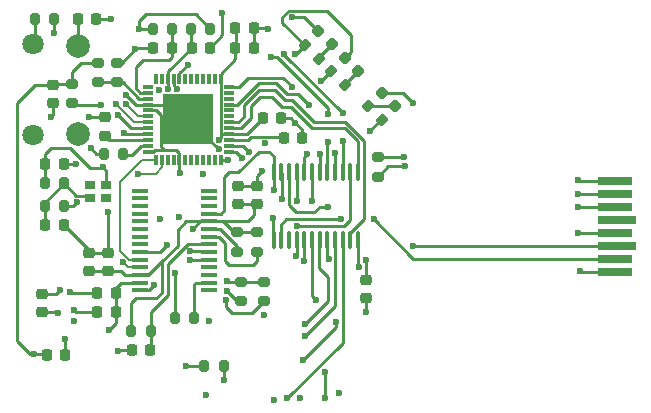
<source format=gbr>
%TF.GenerationSoftware,KiCad,Pcbnew,6.0.5-a6ca702e91~116~ubuntu20.04.1*%
%TF.CreationDate,2022-07-26T15:57:37+01:00*%
%TF.ProjectId,sd-mux,73642d6d-7578-42e6-9b69-6361645f7063,rev?*%
%TF.SameCoordinates,Original*%
%TF.FileFunction,Copper,L1,Top*%
%TF.FilePolarity,Positive*%
%FSLAX46Y46*%
G04 Gerber Fmt 4.6, Leading zero omitted, Abs format (unit mm)*
G04 Created by KiCad (PCBNEW 6.0.5-a6ca702e91~116~ubuntu20.04.1) date 2022-07-26 15:57:37*
%MOMM*%
%LPD*%
G01*
G04 APERTURE LIST*
G04 Aperture macros list*
%AMRoundRect*
0 Rectangle with rounded corners*
0 $1 Rounding radius*
0 $2 $3 $4 $5 $6 $7 $8 $9 X,Y pos of 4 corners*
0 Add a 4 corners polygon primitive as box body*
4,1,4,$2,$3,$4,$5,$6,$7,$8,$9,$2,$3,0*
0 Add four circle primitives for the rounded corners*
1,1,$1+$1,$2,$3*
1,1,$1+$1,$4,$5*
1,1,$1+$1,$6,$7*
1,1,$1+$1,$8,$9*
0 Add four rect primitives between the rounded corners*
20,1,$1+$1,$2,$3,$4,$5,0*
20,1,$1+$1,$4,$5,$6,$7,0*
20,1,$1+$1,$6,$7,$8,$9,0*
20,1,$1+$1,$8,$9,$2,$3,0*%
G04 Aperture macros list end*
%TA.AperFunction,SMDPad,CuDef*%
%ADD10R,0.900000X0.800000*%
%TD*%
%TA.AperFunction,SMDPad,CuDef*%
%ADD11RoundRect,0.218750X0.335876X0.026517X0.026517X0.335876X-0.335876X-0.026517X-0.026517X-0.335876X0*%
%TD*%
%TA.AperFunction,SMDPad,CuDef*%
%ADD12RoundRect,0.200000X-0.275000X0.200000X-0.275000X-0.200000X0.275000X-0.200000X0.275000X0.200000X0*%
%TD*%
%TA.AperFunction,SMDPad,CuDef*%
%ADD13RoundRect,0.200000X-0.200000X-0.275000X0.200000X-0.275000X0.200000X0.275000X-0.200000X0.275000X0*%
%TD*%
%TA.AperFunction,SMDPad,CuDef*%
%ADD14RoundRect,0.200000X0.335876X0.053033X0.053033X0.335876X-0.335876X-0.053033X-0.053033X-0.335876X0*%
%TD*%
%TA.AperFunction,SMDPad,CuDef*%
%ADD15RoundRect,0.200000X-0.335876X-0.053033X-0.053033X-0.335876X0.335876X0.053033X0.053033X0.335876X0*%
%TD*%
%TA.AperFunction,SMDPad,CuDef*%
%ADD16RoundRect,0.200000X0.200000X0.275000X-0.200000X0.275000X-0.200000X-0.275000X0.200000X-0.275000X0*%
%TD*%
%TA.AperFunction,SMDPad,CuDef*%
%ADD17RoundRect,0.200000X0.275000X-0.200000X0.275000X0.200000X-0.275000X0.200000X-0.275000X-0.200000X0*%
%TD*%
%TA.AperFunction,SMDPad,CuDef*%
%ADD18RoundRect,0.225000X-0.225000X-0.250000X0.225000X-0.250000X0.225000X0.250000X-0.225000X0.250000X0*%
%TD*%
%TA.AperFunction,SMDPad,CuDef*%
%ADD19RoundRect,0.225000X0.225000X0.250000X-0.225000X0.250000X-0.225000X-0.250000X0.225000X-0.250000X0*%
%TD*%
%TA.AperFunction,SMDPad,CuDef*%
%ADD20RoundRect,0.225000X0.250000X-0.225000X0.250000X0.225000X-0.250000X0.225000X-0.250000X-0.225000X0*%
%TD*%
%TA.AperFunction,SMDPad,CuDef*%
%ADD21RoundRect,0.225000X-0.250000X0.225000X-0.250000X-0.225000X0.250000X-0.225000X0.250000X0.225000X0*%
%TD*%
%TA.AperFunction,SMDPad,CuDef*%
%ADD22RoundRect,0.100000X0.100000X-0.637500X0.100000X0.637500X-0.100000X0.637500X-0.100000X-0.637500X0*%
%TD*%
%TA.AperFunction,SMDPad,CuDef*%
%ADD23R,4.200000X4.200000*%
%TD*%
%TA.AperFunction,SMDPad,CuDef*%
%ADD24R,0.900000X0.300000*%
%TD*%
%TA.AperFunction,SMDPad,CuDef*%
%ADD25R,0.300000X0.900000*%
%TD*%
%TA.AperFunction,SMDPad,CuDef*%
%ADD26R,1.475000X0.450000*%
%TD*%
%TA.AperFunction,ConnectorPad*%
%ADD27R,2.900000X0.800000*%
%TD*%
%TA.AperFunction,ConnectorPad*%
%ADD28R,3.200000X0.800000*%
%TD*%
%TA.AperFunction,ComponentPad*%
%ADD29C,2.000000*%
%TD*%
%TA.AperFunction,ComponentPad*%
%ADD30C,1.800000*%
%TD*%
%TA.AperFunction,ViaPad*%
%ADD31C,0.600000*%
%TD*%
%TA.AperFunction,Conductor*%
%ADD32C,0.250000*%
%TD*%
%TA.AperFunction,Conductor*%
%ADD33C,0.200000*%
%TD*%
G04 APERTURE END LIST*
D10*
%TO.P,Y1,1,1*%
%TO.N,Net-(C1-Pad1)*%
X181000000Y-102925000D03*
%TO.P,Y1,2*%
%TO.N,N/C*%
X182400000Y-102925000D03*
%TO.P,Y1,3,3*%
%TO.N,/XTAL2*%
X182400000Y-101825000D03*
%TO.P,Y1,4*%
%TO.N,N/C*%
X181000000Y-101825000D03*
%TD*%
D11*
%TO.P,D1,1,K*%
%TO.N,Net-(D1-Pad1)*%
X206863694Y-95138694D03*
%TO.P,D1,2,A*%
%TO.N,/VD33*%
X205750000Y-94025000D03*
%TD*%
%TO.P,D2,1,K*%
%TO.N,Net-(D2-Pad1)*%
X203731847Y-92181847D03*
%TO.P,D2,2,A*%
%TO.N,/SD_MUX_SEL*%
X202618153Y-91068153D03*
%TD*%
%TO.P,D3,1,K*%
%TO.N,Net-(D3-Pad1)*%
X201481847Y-89931847D03*
%TO.P,D3,2,A*%
%TO.N,/VD33*%
X200368153Y-88818153D03*
%TD*%
D12*
%TO.P,R4,1*%
%TO.N,GND*%
X205375000Y-99475000D03*
%TO.P,R4,2*%
%TO.N,Net-(R4-Pad2)*%
X205375000Y-101125000D03*
%TD*%
%TO.P,R11,1*%
%TO.N,/VCCIO*%
X193800000Y-110025000D03*
%TO.P,R11,2*%
%TO.N,Net-(R11-Pad2)*%
X193800000Y-111675000D03*
%TD*%
D13*
%TO.P,R13,1*%
%TO.N,/VBUS*%
X188225000Y-113050000D03*
%TO.P,R13,2*%
%TO.N,Net-(R13-Pad2)*%
X189875000Y-113050000D03*
%TD*%
D12*
%TO.P,R12,1*%
%TO.N,/VCCIO*%
X195800000Y-110025000D03*
%TO.P,R12,2*%
%TO.N,Net-(R12-Pad2)*%
X195800000Y-111675000D03*
%TD*%
D13*
%TO.P,R14,1*%
%TO.N,Net-(C1-Pad1)*%
X177200000Y-103625000D03*
%TO.P,R14,2*%
%TO.N,/XTAL1*%
X178850000Y-103625000D03*
%TD*%
D14*
%TO.P,R19,2*%
%TO.N,/SD_MUX_SEL*%
X199216637Y-90016637D03*
%TO.P,R19,1*%
%TO.N,Net-(D3-Pad1)*%
X200383363Y-91183363D03*
%TD*%
D13*
%TO.P,R5,1*%
%TO.N,/VD33*%
X186350000Y-88625000D03*
%TO.P,R5,2*%
%TO.N,/nRESET*%
X188000000Y-88625000D03*
%TD*%
%TO.P,R6,1*%
%TO.N,Net-(C8-Pad1)*%
X176350000Y-87800000D03*
%TO.P,R6,2*%
%TO.N,GND*%
X178000000Y-87800000D03*
%TD*%
D15*
%TO.P,R17,1*%
%TO.N,Net-(D1-Pad1)*%
X204566637Y-95166637D03*
%TO.P,R17,2*%
%TO.N,GND*%
X205733363Y-96333363D03*
%TD*%
D13*
%TO.P,R3,1*%
%TO.N,/SD_nCD*%
X190700000Y-117175000D03*
%TO.P,R3,2*%
%TO.N,GND*%
X192350000Y-117175000D03*
%TD*%
D16*
%TO.P,R15,1*%
%TO.N,Net-(R15-Pad1)*%
X183850000Y-99225000D03*
%TO.P,R15,2*%
%TO.N,GND*%
X182200000Y-99225000D03*
%TD*%
D17*
%TO.P,R7,1*%
%TO.N,/VBUS_DET*%
X183325000Y-93125000D03*
%TO.P,R7,2*%
%TO.N,GND*%
X183325000Y-91475000D03*
%TD*%
D12*
%TO.P,FB2,1*%
%TO.N,/VBUS*%
X179475000Y-93275000D03*
%TO.P,FB2,2*%
%TO.N,Net-(FB2-Pad2)*%
X179475000Y-94925000D03*
%TD*%
D16*
%TO.P,FB4,1*%
%TO.N,/VD33*%
X191225000Y-88625000D03*
%TO.P,FB4,2*%
%TO.N,Net-(C13-Pad1)*%
X189575000Y-88625000D03*
%TD*%
D12*
%TO.P,R9,1*%
%TO.N,/VCCIO*%
X195150000Y-105850000D03*
%TO.P,R9,2*%
%TO.N,Net-(R9-Pad2)*%
X195150000Y-107500000D03*
%TD*%
%TO.P,R8,1*%
%TO.N,/VCCIO*%
X193500000Y-105850000D03*
%TO.P,R8,2*%
%TO.N,Net-(R8-Pad2)*%
X193500000Y-107500000D03*
%TD*%
D13*
%TO.P,R10,1*%
%TO.N,/VCCIO*%
X184525000Y-114200000D03*
%TO.P,R10,2*%
%TO.N,Net-(C15-Pad1)*%
X186175000Y-114200000D03*
%TD*%
%TO.P,R2,1*%
%TO.N,/XTAL2*%
X177200000Y-101700000D03*
%TO.P,R2,2*%
%TO.N,Net-(C1-Pad1)*%
X178850000Y-101700000D03*
%TD*%
D17*
%TO.P,R1,1*%
%TO.N,/VBUS_DET*%
X181725000Y-93125000D03*
%TO.P,R1,2*%
%TO.N,/VBUS*%
X181725000Y-91475000D03*
%TD*%
D14*
%TO.P,R18,1*%
%TO.N,Net-(D2-Pad1)*%
X202608363Y-93383363D03*
%TO.P,R18,2*%
%TO.N,GND*%
X201441637Y-92216637D03*
%TD*%
D18*
%TO.P,C18,1*%
%TO.N,Net-(C13-Pad1)*%
X193350000Y-88575000D03*
%TO.P,C18,2*%
%TO.N,GND*%
X194900000Y-88575000D03*
%TD*%
D19*
%TO.P,C4,1*%
%TO.N,GND*%
X198975000Y-97875000D03*
%TO.P,C4,2*%
%TO.N,Net-(C4-Pad2)*%
X197425000Y-97875000D03*
%TD*%
D18*
%TO.P,C8,1*%
%TO.N,Net-(C8-Pad1)*%
X180000000Y-87800000D03*
%TO.P,C8,2*%
%TO.N,GND*%
X181550000Y-87800000D03*
%TD*%
%TO.P,C20,1*%
%TO.N,Net-(C13-Pad1)*%
X195650000Y-96200000D03*
%TO.P,C20,2*%
%TO.N,GND*%
X197200000Y-96200000D03*
%TD*%
D19*
%TO.P,C15,1*%
%TO.N,Net-(C15-Pad1)*%
X186125000Y-115800000D03*
%TO.P,C15,2*%
%TO.N,GND*%
X184575000Y-115800000D03*
%TD*%
D18*
%TO.P,C14,1*%
%TO.N,/VBUS*%
X177375000Y-116225000D03*
%TO.P,C14,2*%
%TO.N,GND*%
X178925000Y-116225000D03*
%TD*%
D20*
%TO.P,C26,1*%
%TO.N,/VCCIO*%
X180950000Y-109125000D03*
%TO.P,C26,2*%
%TO.N,GND*%
X180950000Y-107575000D03*
%TD*%
D21*
%TO.P,C3,1*%
%TO.N,GND*%
X182300000Y-96100000D03*
%TO.P,C3,2*%
%TO.N,Net-(C3-Pad2)*%
X182300000Y-97650000D03*
%TD*%
D18*
%TO.P,C1,1*%
%TO.N,Net-(C1-Pad1)*%
X177250000Y-105225000D03*
%TO.P,C1,2*%
%TO.N,GND*%
X178800000Y-105225000D03*
%TD*%
%TO.P,C9,1*%
%TO.N,Net-(C13-Pad1)*%
X193350000Y-90200000D03*
%TO.P,C9,2*%
%TO.N,GND*%
X194900000Y-90200000D03*
%TD*%
D19*
%TO.P,C23,2*%
%TO.N,GND*%
X181650000Y-110975000D03*
%TO.P,C23,1*%
%TO.N,/VBUS*%
X183200000Y-110975000D03*
%TD*%
D18*
%TO.P,C13,1*%
%TO.N,Net-(C13-Pad1)*%
X189625000Y-90200000D03*
%TO.P,C13,2*%
%TO.N,GND*%
X191175000Y-90200000D03*
%TD*%
D21*
%TO.P,C10,1*%
%TO.N,/VBUS*%
X177925000Y-93325000D03*
%TO.P,C10,2*%
%TO.N,GND*%
X177925000Y-94875000D03*
%TD*%
D20*
%TO.P,C24,1*%
%TO.N,/VCCIO*%
X195150000Y-103475000D03*
%TO.P,C24,2*%
%TO.N,GND*%
X195150000Y-101925000D03*
%TD*%
%TO.P,C22,1*%
%TO.N,/VCCIO*%
X193525000Y-103475000D03*
%TO.P,C22,2*%
%TO.N,GND*%
X193525000Y-101925000D03*
%TD*%
%TO.P,C21,1*%
%TO.N,/VCCIO*%
X182525000Y-109125000D03*
%TO.P,C21,2*%
%TO.N,GND*%
X182525000Y-107575000D03*
%TD*%
D21*
%TO.P,C17,2*%
%TO.N,GND*%
X204375000Y-111425000D03*
%TO.P,C17,1*%
%TO.N,/VD33*%
X204375000Y-109875000D03*
%TD*%
D19*
%TO.P,C7,1*%
%TO.N,/nRESET*%
X187950000Y-90200000D03*
%TO.P,C7,2*%
%TO.N,GND*%
X186400000Y-90200000D03*
%TD*%
D18*
%TO.P,C2,1*%
%TO.N,/XTAL2*%
X177250000Y-100075000D03*
%TO.P,C2,2*%
%TO.N,GND*%
X178800000Y-100075000D03*
%TD*%
D21*
%TO.P,C12,1*%
%TO.N,/VD33*%
X177000000Y-111075000D03*
%TO.P,C12,2*%
%TO.N,GND*%
X177000000Y-112625000D03*
%TD*%
D19*
%TO.P,C25,1*%
%TO.N,/VBUS*%
X183200000Y-112625000D03*
%TO.P,C25,2*%
%TO.N,GND*%
X181650000Y-112625000D03*
%TD*%
D22*
%TO.P,U4,1,NC2*%
%TO.N,/SD_D1_DUT*%
X196577000Y-106494500D03*
%TO.P,U4,2,NC1*%
%TO.N,/SD_D0_DUT*%
X197227000Y-106494500D03*
%TO.P,U4,3,N.C.*%
%TO.N,unconnected-(U4-Pad3)*%
X197877000Y-106494500D03*
%TO.P,U4,4,COM1*%
%TO.N,/SD_D0*%
X198527000Y-106494500D03*
%TO.P,U4,5,GND*%
%TO.N,GND*%
X199177000Y-106494500D03*
%TO.P,U4,6,COM2*%
%TO.N,/SD_D1*%
X199827000Y-106494500D03*
%TO.P,U4,7,COM3*%
%TO.N,/SD_D2*%
X200477000Y-106494500D03*
%TO.P,U4,8,VCC*%
%TO.N,/VD33*%
X201127000Y-106494500D03*
%TO.P,U4,9,COM4*%
%TO.N,/SD_D3*%
X201777000Y-106494500D03*
%TO.P,U4,10,COM5*%
%TO.N,/SD_CLK*%
X202427000Y-106494500D03*
%TO.P,U4,11,NO1*%
%TO.N,/SD_D0_HUB*%
X203077000Y-106494500D03*
%TO.P,U4,12,COM6*%
%TO.N,/SD_CMD*%
X203727000Y-106494500D03*
%TO.P,U4,13,NO2*%
%TO.N,/SD_D1_HUB*%
X203727000Y-100769500D03*
%TO.P,U4,14,IN2*%
%TO.N,/SD_MUX_SEL*%
X203077000Y-100769500D03*
%TO.P,U4,15,NO3*%
%TO.N,/SD_D2_HUB*%
X202427000Y-100769500D03*
%TO.P,U4,16,NO6*%
%TO.N,/SD_CMD_HUB*%
X201777000Y-100769500D03*
%TO.P,U4,17,NO4*%
%TO.N,/SD_D3_HUB*%
X201127000Y-100769500D03*
%TO.P,U4,18,NO5*%
%TO.N,/SD_CLK_HUB*%
X200477000Y-100769500D03*
%TO.P,U4,19,NC5*%
%TO.N,/SD_CLK_DUT*%
X199827000Y-100769500D03*
%TO.P,U4,20,~{EN}*%
%TO.N,Net-(R4-Pad2)*%
X199177000Y-100769500D03*
%TO.P,U4,21,NC4*%
%TO.N,/SD_D3_DUT*%
X198527000Y-100769500D03*
%TO.P,U4,22,NC6*%
%TO.N,/SD_CMD_DUT*%
X197877000Y-100769500D03*
%TO.P,U4,23,NC3*%
%TO.N,/SD_D2_DUT*%
X197227000Y-100769500D03*
%TO.P,U4,24,IN1*%
%TO.N,/SD_MUX_SEL*%
X196577000Y-100769500D03*
%TD*%
D23*
%TO.P,U1,49,EPAD*%
%TO.N,GND*%
X189357000Y-96266000D03*
D24*
%TO.P,U1,48,VDD33_7*%
%TO.N,Net-(C11-Pad1)*%
X185907000Y-99016000D03*
%TO.P,U1,47,RBIAS*%
%TO.N,Net-(R15-Pad1)*%
X185907000Y-98516000D03*
%TO.P,U1,46,PLLFILT*%
%TO.N,Net-(C3-Pad2)*%
X185907000Y-98016000D03*
%TO.P,U1,45,XTAL1(CLKIN)*%
%TO.N,/XTAL1*%
X185907000Y-97516000D03*
%TO.P,U1,44,XTAL2*%
%TO.N,/XTAL2*%
X185907000Y-97016000D03*
%TO.P,U1,43,USB-*%
%TO.N,/USBUP_D_N*%
X185907000Y-96516000D03*
%TO.P,U1,42,USB+*%
%TO.N,/USBUP_D_P*%
X185907000Y-96016000D03*
%TO.P,U1,41,VDD33_6*%
%TO.N,Net-(C11-Pad1)*%
X185907000Y-95516000D03*
%TO.P,U1,40,TEST*%
%TO.N,GND*%
X185907000Y-95016000D03*
%TO.P,U1,39,VBUS_DET*%
%TO.N,/VBUS_DET*%
X185907000Y-94516000D03*
%TO.P,U1,38,NRESET*%
%TO.N,/nRESET*%
X185907000Y-94016000D03*
%TO.P,U1,37,GPIO1/LED/TXD*%
%TO.N,unconnected-(U1-Pad37)*%
X185907000Y-93516000D03*
D25*
%TO.P,U1,36,GPIO2/RXD*%
%TO.N,unconnected-(U1-Pad36)*%
X186607000Y-92816000D03*
%TO.P,U1,35,GPIO10(CRD_PWR)*%
%TO.N,unconnected-(U1-Pad35)*%
X187107000Y-92816000D03*
%TO.P,U1,34,VDD33_5*%
%TO.N,Net-(C13-Pad1)*%
X187607000Y-92816000D03*
%TO.P,U1,33,SD_D2*%
%TO.N,/SD_D2_HUB*%
X188107000Y-92816000D03*
%TO.P,U1,32,SD_D3/MS_D3*%
%TO.N,/SD_D3_HUB*%
X188607000Y-92816000D03*
%TO.P,U1,31,GPIO12/MS_INS*%
%TO.N,unconnected-(U1-Pad31)*%
X189107000Y-92816000D03*
%TO.P,U1,30,SD_D4/MS_D2*%
%TO.N,unconnected-(U1-Pad30)*%
X189607000Y-92816000D03*
%TO.P,U1,29,GPIO14*%
%TO.N,unconnected-(U1-Pad29)*%
X190107000Y-92816000D03*
%TO.P,U1,28,NC_4*%
%TO.N,unconnected-(U1-Pad28)*%
X190607000Y-92816000D03*
%TO.P,U1,27,NC_3*%
%TO.N,unconnected-(U1-Pad27)*%
X191107000Y-92816000D03*
%TO.P,U1,26,NC_2*%
%TO.N,unconnected-(U1-Pad26)*%
X191607000Y-92816000D03*
%TO.P,U1,25,VDD33_4*%
%TO.N,Net-(C13-Pad1)*%
X192107000Y-92816000D03*
D24*
%TO.P,U1,24,SD_CMD/MS_D0*%
%TO.N,/SD_CMD_HUB*%
X192807000Y-93516000D03*
%TO.P,U1,23,SD_D5/MS_D1*%
%TO.N,unconnected-(U1-Pad23)*%
X192807000Y-94016000D03*
%TO.P,U1,22,NC_1*%
%TO.N,unconnected-(U1-Pad22)*%
X192807000Y-94516000D03*
%TO.P,U1,21,SD_CLK/MS_BS*%
%TO.N,/SD_CLK_HUB*%
X192807000Y-95016000D03*
%TO.P,U1,20,SD_D6/MS_D7*%
%TO.N,unconnected-(U1-Pad20)*%
X192807000Y-95516000D03*
%TO.P,U1,19,SD_D7/MS_D6*%
%TO.N,unconnected-(U1-Pad19)*%
X192807000Y-96016000D03*
%TO.P,U1,18,SD_D0/MS_D4*%
%TO.N,/SD_D0_HUB*%
X192807000Y-96516000D03*
%TO.P,U1,17,SD_D1/MS_D5*%
%TO.N,/SD_D1_HUB*%
X192807000Y-97016000D03*
%TO.P,U1,16,VDD33_3*%
%TO.N,Net-(C13-Pad1)*%
X192807000Y-97516000D03*
%TO.P,U1,15,CRFILT*%
%TO.N,Net-(C4-Pad2)*%
X192807000Y-98016000D03*
%TO.P,U1,14,GPIO15/SD_NCD*%
%TO.N,/SD_nCD*%
X192807000Y-98516000D03*
%TO.P,U1,13,GPIO6/SD_WP/MS_SCLK*%
%TO.N,Net-(R16-Pad1)*%
X192807000Y-99016000D03*
D25*
%TO.P,U1,12,VDD33_2*%
%TO.N,Net-(C13-Pad1)*%
X192107000Y-99716000D03*
%TO.P,U1,11,SPI_DI*%
%TO.N,unconnected-(U1-Pad11)*%
X191607000Y-99716000D03*
%TO.P,U1,10,SPI_DO/GPIO5/SDA/SPI_SPD_SEL*%
%TO.N,unconnected-(U1-Pad10)*%
X191107000Y-99716000D03*
%TO.P,U1,9,SPI_CLK/GPIO4/SCL*%
%TO.N,unconnected-(U1-Pad9)*%
X190607000Y-99716000D03*
%TO.P,U1,8,SPI_CE_N*%
%TO.N,unconnected-(U1-Pad8)*%
X190107000Y-99716000D03*
%TO.P,U1,7,PRTCTL3*%
%TO.N,unconnected-(U1-Pad7)*%
X189607000Y-99716000D03*
%TO.P,U1,6,PRTCTL2*%
%TO.N,unconnected-(U1-Pad6)*%
X189107000Y-99716000D03*
%TO.P,U1,5,VDD33_1*%
%TO.N,Net-(C11-Pad1)*%
X188607000Y-99716000D03*
%TO.P,U1,4,USBDN_DP3*%
%TO.N,unconnected-(U1-Pad4)*%
X188107000Y-99716000D03*
%TO.P,U1,3,USBDN_DM3*%
%TO.N,unconnected-(U1-Pad3)*%
X187607000Y-99716000D03*
%TO.P,U1,2,USBDN_DP2*%
%TO.N,/USBDN_D_P2*%
X187107000Y-99716000D03*
%TO.P,U1,1,USBDN_DM2*%
%TO.N,/USBDN_D_N2*%
X186607000Y-99716000D03*
%TD*%
D26*
%TO.P,U3,1,FSOURCE*%
%TO.N,unconnected-(U3-Pad1)*%
X191126600Y-110752600D03*
%TO.P,U3,2,VBUS_DET*%
%TO.N,Net-(R13-Pad2)*%
X191126600Y-110102600D03*
%TO.P,U3,3,DIO12*%
%TO.N,unconnected-(U3-Pad3)*%
X191126600Y-109452600D03*
%TO.P,U3,4,DIO13*%
%TO.N,unconnected-(U3-Pad4)*%
X191126600Y-108802600D03*
%TO.P,U3,5,DEBUGGER*%
%TO.N,Net-(R12-Pad2)*%
X191126600Y-108152600D03*
%TO.P,U3,6,STEST_RSTN*%
%TO.N,Net-(R11-Pad2)*%
X191126600Y-107502600D03*
%TO.P,U3,7,RESETN*%
%TO.N,Net-(C15-Pad1)*%
X191126600Y-106852600D03*
%TO.P,U3,8,DCNF0*%
%TO.N,Net-(R9-Pad2)*%
X191126600Y-106202600D03*
%TO.P,U3,9,DCNF1*%
%TO.N,Net-(R8-Pad2)*%
X191126600Y-105552600D03*
%TO.P,U3,10,VCCIO*%
%TO.N,/VCCIO*%
X191126600Y-104902600D03*
%TO.P,U3,11,DIO0*%
%TO.N,/SD_MUX_SEL*%
X191126600Y-104252600D03*
%TO.P,U3,12,DIO1*%
%TO.N,unconnected-(U3-Pad12)*%
X191126600Y-103602600D03*
%TO.P,U3,13,DIO2*%
%TO.N,unconnected-(U3-Pad13)*%
X191126600Y-102952600D03*
%TO.P,U3,14,DIO3*%
%TO.N,unconnected-(U3-Pad14)*%
X191126600Y-102302600D03*
%TO.P,U3,15,DIO4*%
%TO.N,unconnected-(U3-Pad15)*%
X185250600Y-102302600D03*
%TO.P,U3,16,DIO5*%
%TO.N,unconnected-(U3-Pad16)*%
X185250600Y-102952600D03*
%TO.P,U3,17,DIO6*%
%TO.N,unconnected-(U3-Pad17)*%
X185250600Y-103602600D03*
%TO.P,U3,18,DIO7*%
%TO.N,unconnected-(U3-Pad18)*%
X185250600Y-104252600D03*
%TO.P,U3,19,DIO8*%
%TO.N,unconnected-(U3-Pad19)*%
X185250600Y-104902600D03*
%TO.P,U3,20,DIO9*%
%TO.N,unconnected-(U3-Pad20)*%
X185250600Y-105552600D03*
%TO.P,U3,21,DIO10*%
%TO.N,unconnected-(U3-Pad21)*%
X185250600Y-106202600D03*
%TO.P,U3,22,DIO11*%
%TO.N,unconnected-(U3-Pad22)*%
X185250600Y-106852600D03*
%TO.P,U3,23,GND*%
%TO.N,GND*%
X185250600Y-107502600D03*
%TO.P,U3,24,DM*%
%TO.N,/USBDN_D_N2*%
X185250600Y-108152600D03*
%TO.P,U3,25,DP*%
%TO.N,/USBDN_D_P2*%
X185250600Y-108802600D03*
%TO.P,U3,26,VOUT3V3*%
%TO.N,/VCCIO*%
X185250600Y-109452600D03*
%TO.P,U3,27,VCCIN*%
%TO.N,/VBUS*%
X185250600Y-110102600D03*
%TO.P,U3,28,AGND*%
%TO.N,GND*%
X185250600Y-110752600D03*
%TD*%
D27*
%TO.P,U5,1,DAT2*%
%TO.N,/SD_D2_DUT*%
X225500000Y-101469400D03*
%TO.P,U5,2,DAT3*%
%TO.N,/SD_D3_DUT*%
X225500000Y-102569400D03*
%TO.P,U5,3,CMD*%
%TO.N,/SD_CMD_DUT*%
X225500000Y-103669400D03*
D28*
%TO.P,U5,4,VDD*%
%TO.N,unconnected-(U5-Pad4)*%
X225650000Y-104769400D03*
D27*
%TO.P,U5,5,CLK*%
%TO.N,/SD_CLK_DUT*%
X225500000Y-105869400D03*
D28*
%TO.P,U5,6,VSS*%
%TO.N,GND*%
X225650000Y-106969400D03*
D27*
%TO.P,U5,7,DAT0*%
%TO.N,/SD_D0_DUT*%
X225500000Y-108069400D03*
%TO.P,U5,8,DAT1*%
%TO.N,/SD_D1_DUT*%
X225500000Y-109169400D03*
%TD*%
D29*
%TO.P,J1,6,Shield*%
%TO.N,Net-(C8-Pad1)*%
X180005000Y-90030000D03*
D30*
X176205000Y-89880000D03*
X176205000Y-97630000D03*
D29*
X180005000Y-97480000D03*
%TD*%
D31*
%TO.N,GND*%
X190575000Y-100900000D03*
X180950000Y-96075000D03*
X177700000Y-96075000D03*
X192225000Y-87250000D03*
%TO.N,/VD33*%
X185175000Y-88625000D03*
%TO.N,GND*%
X184875000Y-90300000D03*
X186875000Y-93750000D03*
X179375000Y-110925000D03*
X179650000Y-112450000D03*
X179675000Y-113325000D03*
X178925000Y-114850000D03*
X195800000Y-112800000D03*
%TO.N,Net-(R12-Pad2)*%
X189475000Y-108200000D03*
X192550000Y-111575000D03*
%TO.N,Net-(R11-Pad2)*%
X189520541Y-107427641D03*
X192600000Y-110775000D03*
%TO.N,/VCCIO*%
X189725000Y-105550000D03*
X192650000Y-109975000D03*
%TO.N,GND*%
X195875000Y-98279500D03*
X198425000Y-96550000D03*
%TO.N,/VD33*%
X208375000Y-94875000D03*
X198175000Y-87625000D03*
%TO.N,/SD_MUX_SEL*%
X198350000Y-90750000D03*
%TO.N,GND*%
X200625000Y-93025000D03*
X207650000Y-99425000D03*
X204725000Y-97225000D03*
X192350000Y-118350000D03*
%TO.N,/SD_nCD*%
X189125000Y-117150000D03*
%TO.N,GND*%
X204375000Y-112575000D03*
%TO.N,Net-(R4-Pad2)*%
X207675000Y-100250000D03*
X199400000Y-99200000D03*
%TO.N,/VD33*%
X204375000Y-108175000D03*
%TO.N,Net-(R16-Pad1)*%
X193925000Y-99525000D03*
%TO.N,/SD_nCD*%
X194475000Y-99000000D03*
%TO.N,GND*%
X195554500Y-100650000D03*
%TO.N,Net-(C13-Pad1)*%
X191927498Y-98025000D03*
%TO.N,/VD33*%
X188600000Y-104575000D03*
%TO.N,GND*%
X186925000Y-104675000D03*
%TO.N,Net-(C11-Pad1)*%
X188625000Y-100825000D03*
%TO.N,GND*%
X182775000Y-87775000D03*
X178000000Y-88925000D03*
X181075000Y-98725000D03*
X179875000Y-100050000D03*
%TO.N,/XTAL1*%
X179900000Y-103275000D03*
%TO.N,/XTAL2*%
X182100000Y-100325000D03*
%TO.N,/XTAL1*%
X183887088Y-97445372D03*
%TO.N,/XTAL2*%
X183395586Y-95879414D03*
%TO.N,GND*%
X196100000Y-88600000D03*
%TO.N,/VBUS*%
X182650000Y-114075000D03*
%TO.N,GND*%
X182525000Y-104100000D03*
%TO.N,/VD33*%
X201237134Y-108125000D03*
%TO.N,Net-(FB2-Pad2)*%
X182000000Y-95050000D03*
%TO.N,GND*%
X208400000Y-107000000D03*
X183375000Y-115850000D03*
X184103409Y-94196591D03*
X178300000Y-112675000D03*
X187550000Y-106950000D03*
X199150000Y-108250000D03*
X202150000Y-119400000D03*
X186450000Y-110300000D03*
X191929951Y-98820165D03*
X198800000Y-119900000D03*
X190850000Y-119650000D03*
%TO.N,/VD33*%
X196600000Y-120000000D03*
X178450000Y-110750000D03*
X191100000Y-113350000D03*
%TO.N,/VBUS*%
X176250000Y-116150000D03*
X188209700Y-109250000D03*
%TO.N,/SD_MUX_SEL*%
X196570600Y-102235000D03*
X198551800Y-105304100D03*
%TO.N,/SD_D1_DUT*%
X222478600Y-109118400D03*
X196545200Y-104597200D03*
%TO.N,/SD_D0_DUT*%
X202311000Y-104749600D03*
X205079600Y-104749600D03*
%TO.N,/SD_D0*%
X198500000Y-107850000D03*
%TO.N,/SD_D1*%
X200900000Y-117650000D03*
X200150000Y-111550000D03*
X200900000Y-119850000D03*
%TO.N,/SD_D2*%
X199250000Y-113600000D03*
%TO.N,/SD_D3*%
X199250000Y-114600000D03*
%TO.N,/SD_CLK*%
X197700000Y-119900000D03*
%TO.N,/SD_CMD*%
X199100000Y-116650000D03*
X203775000Y-108750000D03*
X201872500Y-113400000D03*
%TO.N,/SD_D2_HUB*%
X202438000Y-95758000D03*
X188400000Y-93736498D03*
X197456278Y-90776278D03*
X202438000Y-98145600D03*
%TO.N,/SD_CMD_HUB*%
X201777600Y-99161600D03*
X198096209Y-93546591D03*
%TO.N,/SD_D3_HUB*%
X201142600Y-95808800D03*
X196350000Y-91000000D03*
X189300000Y-91650000D03*
X201142600Y-98196400D03*
%TO.N,/SD_CLK_HUB*%
X200482200Y-99237800D03*
X199593200Y-95046800D03*
%TO.N,/SD_CLK_DUT*%
X222377000Y-105867200D03*
X199821800Y-103225600D03*
%TO.N,/SD_D3_DUT*%
X222326200Y-102565200D03*
X198551800Y-103149400D03*
%TO.N,/SD_CMD_DUT*%
X201218800Y-103657400D03*
X222351600Y-103657400D03*
%TO.N,/SD_D2_DUT*%
X222351600Y-101447600D03*
X197256400Y-103047800D03*
%TO.N,Net-(C13-Pad1)*%
X192750000Y-99750000D03*
X187623458Y-93714897D03*
%TO.N,/USBUP_D_N*%
X183261000Y-94996000D03*
%TO.N,/USBUP_D_P*%
X184073800Y-94970600D03*
%TO.N,/USBDN_D_P2*%
X183792509Y-108380837D03*
X185064400Y-100863400D03*
%TD*%
D32*
%TO.N,/XTAL1*%
X178850000Y-103625000D02*
X179550000Y-103625000D01*
X179550000Y-103625000D02*
X179900000Y-103275000D01*
%TO.N,/XTAL2*%
X182400000Y-101825000D02*
X182400000Y-100625000D01*
X182400000Y-100625000D02*
X182100000Y-100325000D01*
%TO.N,Net-(C1-Pad1)*%
X181000000Y-102925000D02*
X180795489Y-102720489D01*
X180795489Y-102720489D02*
X179870489Y-102720489D01*
X179870489Y-102720489D02*
X178850000Y-101700000D01*
%TO.N,Net-(C13-Pad1)*%
X192197978Y-97516000D02*
X192807000Y-97516000D01*
X191927498Y-98025000D02*
X192102489Y-97850009D01*
X192102489Y-97850009D02*
X192102489Y-97611489D01*
X192102489Y-97611489D02*
X192197978Y-97516000D01*
%TO.N,GND*%
X191911165Y-98820165D02*
X189357000Y-96266000D01*
X180975000Y-96100000D02*
X180950000Y-96075000D01*
X182300000Y-96100000D02*
X180975000Y-96100000D01*
X177925000Y-95850000D02*
X177700000Y-96075000D01*
X177925000Y-94875000D02*
X177925000Y-95850000D01*
X192225000Y-89150000D02*
X192225000Y-87250000D01*
X191175000Y-90200000D02*
X192225000Y-89150000D01*
%TO.N,Net-(C13-Pad1)*%
X193350000Y-90200000D02*
X193375000Y-90175000D01*
X193375000Y-90175000D02*
X193375000Y-88600000D01*
X193375000Y-88600000D02*
X193362500Y-88587500D01*
X192107000Y-92816000D02*
X192107000Y-92418000D01*
X192107000Y-92418000D02*
X193350000Y-91175000D01*
X193350000Y-91175000D02*
X193350000Y-90200000D01*
%TO.N,GND*%
X194900000Y-88575000D02*
X196075000Y-88575000D01*
X196075000Y-88575000D02*
X196100000Y-88600000D01*
X194900000Y-90200000D02*
X194900000Y-88575000D01*
%TO.N,/VD33*%
X189975000Y-87375000D02*
X185750000Y-87375000D01*
X191225000Y-88625000D02*
X189975000Y-87375000D01*
X185750000Y-87375000D02*
X185175000Y-87950000D01*
X185175000Y-87950000D02*
X185175000Y-88625000D01*
X186350000Y-88625000D02*
X185175000Y-88625000D01*
%TO.N,GND*%
X186400000Y-90200000D02*
X184975000Y-90200000D01*
X184975000Y-90200000D02*
X184875000Y-90300000D01*
X183700000Y-91475000D02*
X184875000Y-90300000D01*
X183325000Y-91475000D02*
X183700000Y-91475000D01*
%TO.N,/VBUS*%
X181725000Y-91475000D02*
X180300000Y-91475000D01*
X180300000Y-91475000D02*
X179475000Y-92300000D01*
X179475000Y-92300000D02*
X179475000Y-93275000D01*
%TO.N,GND*%
X179425000Y-110975000D02*
X179375000Y-110925000D01*
X181650000Y-110975000D02*
X179425000Y-110975000D01*
X179825000Y-112625000D02*
X179650000Y-112450000D01*
X181650000Y-112625000D02*
X179825000Y-112625000D01*
X178925000Y-116225000D02*
X178925000Y-114850000D01*
%TO.N,Net-(R12-Pad2)*%
X193050000Y-112700000D02*
X192550000Y-112200000D01*
X193050000Y-112700000D02*
X194775000Y-112700000D01*
X195800000Y-111675000D02*
X194775000Y-112700000D01*
X189475000Y-108200000D02*
X191079200Y-108200000D01*
X192550000Y-112200000D02*
X192550000Y-111575000D01*
X191079200Y-108200000D02*
X191126600Y-108152600D01*
%TO.N,Net-(R11-Pad2)*%
X193500000Y-111675000D02*
X192600000Y-110775000D01*
X193800000Y-111675000D02*
X193500000Y-111675000D01*
X189520541Y-107427641D02*
X191051641Y-107427641D01*
X191051641Y-107427641D02*
X191126600Y-107502600D01*
%TO.N,/VCCIO*%
X189725000Y-105550000D02*
X190372400Y-104902600D01*
X192700000Y-110025000D02*
X192650000Y-109975000D01*
X193800000Y-110025000D02*
X192700000Y-110025000D01*
X190372400Y-104902600D02*
X191126600Y-104902600D01*
X195800000Y-110025000D02*
X193800000Y-110025000D01*
%TO.N,Net-(R9-Pad2)*%
X192800000Y-108600000D02*
X192450000Y-108250000D01*
X194800000Y-108600000D02*
X192800000Y-108600000D01*
X192450000Y-106704478D02*
X191948122Y-106202600D01*
X195150000Y-107500000D02*
X195150000Y-108250000D01*
X192450000Y-108250000D02*
X192450000Y-106704478D01*
X195150000Y-108250000D02*
X194800000Y-108600000D01*
X191948122Y-106202600D02*
X191126600Y-106202600D01*
%TO.N,Net-(R8-Pad2)*%
X193500000Y-107500000D02*
X193500000Y-107025000D01*
X193500000Y-107025000D02*
X192027600Y-105552600D01*
X192027600Y-105552600D02*
X191126600Y-105552600D01*
%TO.N,/VCCIO*%
X193225000Y-105850000D02*
X192277600Y-104902600D01*
X192277600Y-104902600D02*
X191126600Y-104902600D01*
X193225000Y-105850000D02*
X194875000Y-105850000D01*
%TO.N,GND*%
X198975000Y-97875000D02*
X198975000Y-97100000D01*
X198975000Y-97100000D02*
X198425000Y-96550000D01*
X198075000Y-96200000D02*
X198425000Y-96550000D01*
X197200000Y-96200000D02*
X198075000Y-96200000D01*
%TO.N,Net-(D3-Pad1)*%
X200383363Y-91183363D02*
X200383363Y-91030331D01*
X200383363Y-91030331D02*
X201481847Y-89931847D01*
%TO.N,/SD_MUX_SEL*%
X202618153Y-91068153D02*
X203150000Y-90536306D01*
X203150000Y-90536306D02*
X203150000Y-89150000D01*
X203150000Y-89150000D02*
X201070489Y-87070489D01*
X201070489Y-87070489D02*
X197854511Y-87070489D01*
X197854511Y-87070489D02*
X197300000Y-87625000D01*
X197300000Y-87625000D02*
X197300000Y-88100000D01*
X197300000Y-88100000D02*
X199216637Y-90016637D01*
%TO.N,Net-(D2-Pad1)*%
X202608363Y-93383363D02*
X202608363Y-93305331D01*
X202608363Y-93305331D02*
X203731847Y-92181847D01*
%TO.N,Net-(D1-Pad1)*%
X206863694Y-95138694D02*
X204594580Y-95138694D01*
X204594580Y-95138694D02*
X204566637Y-95166637D01*
%TO.N,/VD33*%
X207525000Y-94025000D02*
X208375000Y-94875000D01*
X205750000Y-94025000D02*
X207525000Y-94025000D01*
X199175000Y-87625000D02*
X198175000Y-87625000D01*
X200368153Y-88818153D02*
X199175000Y-87625000D01*
%TO.N,/SD_MUX_SEL*%
X198350000Y-90750000D02*
X198483274Y-90750000D01*
X198483274Y-90750000D02*
X199216637Y-90016637D01*
%TO.N,/SD_CMD_HUB*%
X194411600Y-92735400D02*
X197358000Y-92735400D01*
%TO.N,GND*%
X201433363Y-92216637D02*
X200625000Y-93025000D01*
X201441637Y-92216637D02*
X201433363Y-92216637D01*
X207600000Y-99475000D02*
X207650000Y-99425000D01*
X205375000Y-99475000D02*
X207600000Y-99475000D01*
X205616637Y-96333363D02*
X204725000Y-97225000D01*
X205733363Y-96333363D02*
X205616637Y-96333363D01*
X192350000Y-117175000D02*
X192350000Y-118350000D01*
%TO.N,/SD_nCD*%
X189125000Y-117150000D02*
X190675000Y-117150000D01*
X190675000Y-117150000D02*
X190700000Y-117175000D01*
%TO.N,GND*%
X204375000Y-111425000D02*
X204375000Y-112575000D01*
%TO.N,Net-(R4-Pad2)*%
X199177000Y-100769500D02*
X199177000Y-99423000D01*
X199177000Y-99423000D02*
X199400000Y-99200000D01*
X207675000Y-100250000D02*
X206250000Y-100250000D01*
X206250000Y-100250000D02*
X205375000Y-101125000D01*
%TO.N,/VD33*%
X204375000Y-108175000D02*
X204375000Y-109875000D01*
X201237134Y-108125000D02*
X201127000Y-108014866D01*
X201127000Y-108014866D02*
X201127000Y-106494500D01*
%TO.N,/SD_CMD*%
X203775000Y-108750000D02*
X203727000Y-108702000D01*
X203727000Y-108702000D02*
X203727000Y-106494500D01*
%TO.N,GND*%
X178300000Y-112675000D02*
X178250000Y-112625000D01*
X178250000Y-112625000D02*
X177000000Y-112625000D01*
%TO.N,Net-(R16-Pad1)*%
X193416000Y-99016000D02*
X193925000Y-99525000D01*
X192807000Y-99016000D02*
X193416000Y-99016000D01*
%TO.N,/SD_nCD*%
X194475000Y-99000000D02*
X193991000Y-98516000D01*
X193991000Y-98516000D02*
X192807000Y-98516000D01*
%TO.N,GND*%
X195150000Y-101054500D02*
X195150000Y-101925000D01*
X195554500Y-100650000D02*
X195150000Y-101054500D01*
X193525000Y-101925000D02*
X195150000Y-101925000D01*
%TO.N,/SD_MUX_SEL*%
X191126600Y-104252600D02*
X192114100Y-104252600D01*
X192400000Y-101150000D02*
X192780500Y-100769500D01*
X193580500Y-100769500D02*
X195350000Y-99000000D01*
X196200000Y-99000000D02*
X196577000Y-99377000D01*
X192114100Y-104252600D02*
X192400000Y-103966700D01*
X195350000Y-99000000D02*
X196200000Y-99000000D01*
X192400000Y-103966700D02*
X192400000Y-101150000D01*
X192780500Y-100769500D02*
X193580500Y-100769500D01*
X196577000Y-99377000D02*
X196577000Y-100769500D01*
%TO.N,/VCCIO*%
X194950000Y-103475000D02*
X194950000Y-104350000D01*
X194950000Y-104350000D02*
X194397400Y-104902600D01*
X194397400Y-104902600D02*
X191126600Y-104902600D01*
X193325000Y-103475000D02*
X194950000Y-103475000D01*
%TO.N,Net-(C13-Pad1)*%
X192102489Y-97569361D02*
X192102489Y-93300000D01*
%TO.N,Net-(C11-Pad1)*%
X185907000Y-95516000D02*
X186607000Y-95516000D01*
X186607000Y-95516000D02*
X187002489Y-95911489D01*
X187002489Y-95911489D02*
X187002489Y-98527489D01*
X187002489Y-98527489D02*
X187321845Y-98846845D01*
X188625000Y-100825000D02*
X188607000Y-100807000D01*
X188607000Y-100807000D02*
X188607000Y-99716000D01*
%TO.N,Net-(C4-Pad2)*%
X192807000Y-98016000D02*
X194384000Y-98016000D01*
X194384000Y-98016000D02*
X194675000Y-97725000D01*
X194675000Y-97725000D02*
X197275000Y-97725000D01*
X197275000Y-97725000D02*
X197425000Y-97875000D01*
%TO.N,Net-(C13-Pad1)*%
X192807000Y-97516000D02*
X194334000Y-97516000D01*
X194334000Y-97516000D02*
X195650000Y-96200000D01*
%TO.N,GND*%
X182750000Y-87800000D02*
X182775000Y-87775000D01*
X181550000Y-87800000D02*
X182750000Y-87800000D01*
X178000000Y-87800000D02*
X178000000Y-88925000D01*
%TO.N,/VD33*%
X177000000Y-111075000D02*
X178125000Y-111075000D01*
X178125000Y-111075000D02*
X178450000Y-110750000D01*
%TO.N,GND*%
X178800000Y-105225000D02*
X180950000Y-107375000D01*
X180950000Y-107375000D02*
X180950000Y-107575000D01*
X181075000Y-98725000D02*
X181575000Y-99225000D01*
X181575000Y-99225000D02*
X182200000Y-99225000D01*
X179850000Y-100075000D02*
X179875000Y-100050000D01*
X178800000Y-100075000D02*
X179850000Y-100075000D01*
%TO.N,Net-(C1-Pad1)*%
X177200000Y-103625000D02*
X177200000Y-105175000D01*
X177200000Y-105175000D02*
X177250000Y-105225000D01*
X178850000Y-101700000D02*
X177200000Y-103350000D01*
X177200000Y-103350000D02*
X177200000Y-103625000D01*
%TO.N,/XTAL2*%
X177250000Y-100075000D02*
X177250000Y-101650000D01*
X177250000Y-101650000D02*
X177200000Y-101700000D01*
X182100000Y-100325000D02*
X182050000Y-100375000D01*
X182050000Y-100375000D02*
X181025000Y-100375000D01*
X181025000Y-100375000D02*
X179375000Y-98725000D01*
X179375000Y-98725000D02*
X177750000Y-98725000D01*
X177750000Y-98725000D02*
X177250000Y-99225000D01*
X177250000Y-99225000D02*
X177250000Y-100075000D01*
X183395586Y-95879414D02*
X184532172Y-97016000D01*
X184532172Y-97016000D02*
X185907000Y-97016000D01*
%TO.N,/XTAL1*%
X183957716Y-97516000D02*
X183887088Y-97445372D01*
X185907000Y-97516000D02*
X183957716Y-97516000D01*
%TO.N,Net-(C3-Pad2)*%
X185907000Y-98016000D02*
X182666000Y-98016000D01*
X182666000Y-98016000D02*
X182300000Y-97650000D01*
%TO.N,Net-(R15-Pad1)*%
X185907000Y-98516000D02*
X185359000Y-98516000D01*
X185359000Y-98516000D02*
X184600000Y-99275000D01*
X184600000Y-99275000D02*
X184050000Y-99275000D01*
%TO.N,/VBUS_DET*%
X183500000Y-93125000D02*
X181925000Y-93125000D01*
X185207000Y-94516000D02*
X185207000Y-94515984D01*
X185207000Y-94515984D02*
X183816016Y-93125000D01*
X183816016Y-93125000D02*
X183500000Y-93125000D01*
%TO.N,GND*%
X184103409Y-94196591D02*
X184922818Y-95016000D01*
X184922818Y-95016000D02*
X185907000Y-95016000D01*
%TO.N,/VBUS*%
X177925000Y-93325000D02*
X176375000Y-93325000D01*
X176375000Y-93325000D02*
X174850000Y-94850000D01*
X174850000Y-94850000D02*
X174850000Y-115050000D01*
X175950000Y-116150000D02*
X176250000Y-116150000D01*
X174850000Y-115050000D02*
X175950000Y-116150000D01*
X179475000Y-93275000D02*
X177975000Y-93275000D01*
X177975000Y-93275000D02*
X177925000Y-93325000D01*
%TO.N,Net-(FB2-Pad2)*%
X182000000Y-95050000D02*
X179600000Y-95050000D01*
X179600000Y-95050000D02*
X179475000Y-94925000D01*
%TO.N,Net-(C8-Pad1)*%
X180005000Y-90030000D02*
X180005000Y-88255000D01*
X176350000Y-87800000D02*
X176350000Y-89735000D01*
X176350000Y-89735000D02*
X176205000Y-89880000D01*
%TO.N,/nRESET*%
X187950000Y-90200000D02*
X187950000Y-88675000D01*
X187950000Y-88675000D02*
X188000000Y-88625000D01*
X187730600Y-91244400D02*
X188000000Y-90975000D01*
X185514000Y-91244400D02*
X187730600Y-91244400D01*
X188000000Y-90975000D02*
X188000000Y-90250000D01*
X188000000Y-90250000D02*
X187950000Y-90200000D01*
%TO.N,Net-(C13-Pad1)*%
X189575000Y-88625000D02*
X189575000Y-90150000D01*
X189575000Y-90150000D02*
X189625000Y-90200000D01*
X189625000Y-90200000D02*
X187607000Y-92218000D01*
X187607000Y-92218000D02*
X187607000Y-92816000D01*
%TO.N,Net-(C15-Pad1)*%
X186175000Y-114200000D02*
X186175000Y-115750000D01*
X186175000Y-115750000D02*
X186125000Y-115800000D01*
%TO.N,GND*%
X184550000Y-115800000D02*
X183425000Y-115800000D01*
X183425000Y-115800000D02*
X183375000Y-115850000D01*
%TO.N,Net-(C15-Pad1)*%
X191126600Y-106852600D02*
X189311400Y-106852600D01*
X189311400Y-106852600D02*
X187655200Y-108508800D01*
X187655200Y-108508800D02*
X187655200Y-111125000D01*
X187655200Y-111125000D02*
X186423300Y-112356900D01*
X186423300Y-112356900D02*
X186418100Y-112356900D01*
X186418100Y-112356900D02*
X186175000Y-112600000D01*
X186175000Y-112600000D02*
X186175000Y-114200000D01*
%TO.N,/VCCIO*%
X187121800Y-108280200D02*
X187121800Y-110947200D01*
X184525000Y-111800000D02*
X184525000Y-114200000D01*
X187121800Y-110947200D02*
X186639200Y-111429800D01*
X186639200Y-111429800D02*
X184895200Y-111429800D01*
X184895200Y-111429800D02*
X184525000Y-111800000D01*
%TO.N,/VBUS*%
X183225000Y-113500000D02*
X182650000Y-114075000D01*
X183225000Y-112525000D02*
X183225000Y-113500000D01*
X183677600Y-110102600D02*
X185250600Y-110102600D01*
X183225000Y-110555200D02*
X183225000Y-112525000D01*
X183677600Y-110102600D02*
X183225000Y-110555200D01*
D33*
%TO.N,/USBDN_D_P2*%
X183792509Y-108380837D02*
X184214272Y-108802600D01*
X184214272Y-108802600D02*
X185250600Y-108802600D01*
D32*
%TO.N,GND*%
X182525000Y-107575000D02*
X182525000Y-104100000D01*
X182525000Y-107575000D02*
X180950000Y-107575000D01*
%TO.N,/VCCIO*%
X182525000Y-109125000D02*
X180950000Y-109125000D01*
X185250600Y-109452600D02*
X183952600Y-109452600D01*
X183952600Y-109452600D02*
X183625000Y-109125000D01*
X183625000Y-109125000D02*
X182525000Y-109125000D01*
%TO.N,Net-(R13-Pad2)*%
X191126600Y-110102600D02*
X189997400Y-110102600D01*
X189997400Y-110102600D02*
X189875000Y-110225000D01*
X189875000Y-110225000D02*
X189875000Y-113050000D01*
%TO.N,/VBUS*%
X188209700Y-109250000D02*
X188209700Y-113034700D01*
X188209700Y-113034700D02*
X188225000Y-113050000D01*
%TO.N,GND*%
X208400000Y-107000000D02*
X225619400Y-107000000D01*
X225619400Y-107000000D02*
X225650000Y-106969400D01*
%TO.N,/SD_D2*%
X200450000Y-108900000D02*
X200450000Y-106521500D01*
X201200000Y-111650000D02*
X199250000Y-113600000D01*
X200450000Y-106521500D02*
X200477000Y-106494500D01*
X200450000Y-108900000D02*
X201200000Y-109650000D01*
X201200000Y-109650000D02*
X201200000Y-111650000D01*
%TO.N,/VCCIO*%
X188442600Y-106959400D02*
X188442600Y-105638600D01*
X185949400Y-109452600D02*
X187121800Y-108280200D01*
X189178600Y-104902600D02*
X191126600Y-104902600D01*
X185250600Y-109452600D02*
X185949400Y-109452600D01*
X187121800Y-108280200D02*
X188442600Y-106959400D01*
X188442600Y-105638600D02*
X189178600Y-104902600D01*
%TO.N,GND*%
X185997400Y-110752600D02*
X186450000Y-110300000D01*
X199150000Y-108250000D02*
X199177000Y-108223000D01*
X185250600Y-107502600D02*
X186997400Y-107502600D01*
X188107000Y-95016000D02*
X189357000Y-96266000D01*
X185250600Y-110752600D02*
X185997400Y-110752600D01*
X186997400Y-107502600D02*
X187550000Y-106950000D01*
X185907000Y-95016000D02*
X188107000Y-95016000D01*
X199177000Y-108223000D02*
X199177000Y-106494500D01*
%TO.N,/nRESET*%
X184912000Y-93649800D02*
X185278200Y-94016000D01*
X184912000Y-91846400D02*
X184912000Y-93649800D01*
X185278200Y-94016000D02*
X185907000Y-94016000D01*
X185514000Y-91244400D02*
X184912000Y-91846400D01*
%TO.N,/VBUS_DET*%
X185907000Y-94516000D02*
X185207000Y-94516000D01*
%TO.N,/VBUS*%
X177130000Y-116150000D02*
X176250000Y-116150000D01*
%TO.N,/SD_MUX_SEL*%
X202536398Y-105308400D02*
X198556100Y-105308400D01*
X203077000Y-100769500D02*
X203077000Y-104767798D01*
X203077000Y-104767798D02*
X202536398Y-105308400D01*
X198556100Y-105308400D02*
X198551800Y-105304100D01*
X196570600Y-100775900D02*
X196577000Y-100769500D01*
X196570600Y-102235000D02*
X196570600Y-100775900D01*
%TO.N,/SD_D1_DUT*%
X222529600Y-109169400D02*
X222478600Y-109118400D01*
X196545200Y-104597200D02*
X196545200Y-106462700D01*
X225500000Y-109169400D02*
X222529600Y-109169400D01*
X196545200Y-106462700D02*
X196577000Y-106494500D01*
%TO.N,/SD_D0_DUT*%
X208399400Y-108069400D02*
X205079600Y-104749600D01*
X197662800Y-104749600D02*
X197227000Y-105185400D01*
X197227000Y-105185400D02*
X197227000Y-106494500D01*
X225500000Y-108069400D02*
X208399400Y-108069400D01*
X202311000Y-104749600D02*
X197662800Y-104749600D01*
%TO.N,/SD_D0*%
X198527000Y-106494500D02*
X198527000Y-107573000D01*
%TO.N,/SD_D1*%
X200900000Y-119850000D02*
X200900000Y-117650000D01*
X199827000Y-111227000D02*
X200150000Y-111550000D01*
X199827000Y-106494500D02*
X199827000Y-111227000D01*
%TO.N,/SD_D3*%
X201791634Y-112058366D02*
X201791634Y-106509134D01*
X199250000Y-114600000D02*
X201791634Y-112058366D01*
X201791634Y-106509134D02*
X201777000Y-106494500D01*
%TO.N,/SD_CLK*%
X197700000Y-119900000D02*
X202427000Y-115173000D01*
X202427000Y-115173000D02*
X202427000Y-106494500D01*
%TO.N,/SD_D0_HUB*%
X197510400Y-94665800D02*
X198170800Y-94665800D01*
X194081400Y-96037400D02*
X194081400Y-95072200D01*
X194081400Y-95072200D02*
X195326000Y-93827600D01*
X204266800Y-104715834D02*
X203077000Y-105905634D01*
X193602800Y-96516000D02*
X194081400Y-96037400D01*
X204266800Y-98142278D02*
X204266800Y-104715834D01*
X196672200Y-93827600D02*
X197510400Y-94665800D01*
X202640522Y-96516000D02*
X204266800Y-98142278D01*
X192807000Y-96516000D02*
X193602800Y-96516000D01*
X203077000Y-105905634D02*
X203077000Y-106494500D01*
X195326000Y-93827600D02*
X196672200Y-93827600D01*
X200025000Y-96520000D02*
X202636522Y-96520000D01*
X198170800Y-94665800D02*
X200025000Y-96520000D01*
%TO.N,/SD_CMD*%
X201872500Y-113400000D02*
X201872500Y-113877500D01*
X201872500Y-113877500D02*
X199100000Y-116650000D01*
%TO.N,/SD_D1_HUB*%
X196443600Y-94361000D02*
X197307200Y-95224600D01*
X194691000Y-96139000D02*
X194691000Y-95123000D01*
X193814000Y-97016000D02*
X194691000Y-96139000D01*
X197307200Y-95224600D02*
X198043800Y-95224600D01*
X202591800Y-97028000D02*
X202603800Y-97016000D01*
X195453000Y-94361000D02*
X196443600Y-94361000D01*
X203733400Y-98145600D02*
X203733400Y-100763100D01*
X203733400Y-100763100D02*
X203727000Y-100769500D01*
X202603800Y-97016000D02*
X203733400Y-98145600D01*
X192807000Y-97016000D02*
X193814000Y-97016000D01*
X194691000Y-95123000D02*
X195453000Y-94361000D01*
X198043800Y-95224600D02*
X199847200Y-97028000D01*
X199847200Y-97028000D02*
X202591800Y-97028000D01*
%TO.N,/SD_D2_HUB*%
X188107000Y-93443498D02*
X188400000Y-93736498D01*
X197456278Y-90776278D02*
X197497700Y-90817700D01*
X197497700Y-90817700D02*
X202438000Y-95758000D01*
X188107000Y-92816000D02*
X188107000Y-93443498D01*
X202438000Y-98145600D02*
X202438000Y-100758500D01*
X202438000Y-100758500D02*
X202427000Y-100769500D01*
%TO.N,/SD_CMD_HUB*%
X198096209Y-93473609D02*
X198096209Y-93546591D01*
X193631000Y-93516000D02*
X194411600Y-92735400D01*
X197358000Y-92735400D02*
X198096209Y-93473609D01*
X201777000Y-100769500D02*
X201777000Y-99162200D01*
X192807000Y-93516000D02*
X193631000Y-93516000D01*
X201777000Y-99162200D02*
X201777600Y-99161600D01*
%TO.N,/SD_D3_HUB*%
X188607000Y-92343000D02*
X189300000Y-91650000D01*
X201142600Y-95292600D02*
X201142600Y-95808800D01*
X196350000Y-91000000D02*
X196850000Y-91000000D01*
X201127000Y-100769500D02*
X201127000Y-98212000D01*
X196850000Y-91000000D02*
X201142600Y-95292600D01*
X188607000Y-92816000D02*
X188607000Y-92343000D01*
X201127000Y-98212000D02*
X201142600Y-98196400D01*
%TO.N,/SD_CLK_HUB*%
X197739000Y-94132400D02*
X198678800Y-94132400D01*
X196799200Y-93192600D02*
X197739000Y-94132400D01*
X200477000Y-99243000D02*
X200482200Y-99237800D01*
X198678800Y-94132400D02*
X199593200Y-95046800D01*
X200477000Y-100769500D02*
X200477000Y-99243000D01*
X195330400Y-93192600D02*
X196799200Y-93192600D01*
X193507000Y-95016000D02*
X195330400Y-93192600D01*
X192807000Y-95016000D02*
X193507000Y-95016000D01*
%TO.N,/SD_CLK_DUT*%
X199827000Y-103220400D02*
X199821800Y-103225600D01*
X222377000Y-105867200D02*
X222379200Y-105869400D01*
X222379200Y-105869400D02*
X225500000Y-105869400D01*
X199827000Y-100769500D02*
X199827000Y-103220400D01*
%TO.N,/SD_D3_DUT*%
X198527000Y-103124600D02*
X198551800Y-103149400D01*
X198527000Y-100769500D02*
X198527000Y-103124600D01*
X222330400Y-102569400D02*
X225500000Y-102569400D01*
X222326200Y-102565200D02*
X222330400Y-102569400D01*
%TO.N,/SD_CMD_DUT*%
X198501000Y-104140000D02*
X197877000Y-103516000D01*
X222363600Y-103669400D02*
X222351600Y-103657400D01*
X225500000Y-103669400D02*
X222363600Y-103669400D01*
X199999600Y-104140000D02*
X198501000Y-104140000D01*
X197877000Y-103516000D02*
X197877000Y-100769500D01*
X200482200Y-103657400D02*
X199999600Y-104140000D01*
X201218800Y-103657400D02*
X200482200Y-103657400D01*
%TO.N,/SD_D2_DUT*%
X197256400Y-103047800D02*
X197256400Y-100798900D01*
X225500000Y-101469400D02*
X222373400Y-101469400D01*
X197256400Y-100798900D02*
X197227000Y-100769500D01*
X222373400Y-101469400D02*
X222351600Y-101447600D01*
%TO.N,Net-(C13-Pad1)*%
X192141000Y-99750000D02*
X192107000Y-99716000D01*
X187607000Y-92816000D02*
X187607000Y-93698439D01*
X192750000Y-99750000D02*
X192141000Y-99750000D01*
X187607000Y-93698439D02*
X187623458Y-93714897D01*
%TO.N,Net-(C11-Pad1)*%
X186403800Y-99016000D02*
X186572955Y-98846845D01*
X188607000Y-99716000D02*
X188607000Y-99157000D01*
X186572955Y-98846845D02*
X188296845Y-98846845D01*
X188607000Y-99157000D02*
X188296845Y-98846845D01*
X186403800Y-99016000D02*
X185907000Y-99016000D01*
D33*
%TO.N,/USBUP_D_N*%
X183261000Y-94996000D02*
X184781000Y-96516000D01*
X184781000Y-96516000D02*
X185907000Y-96516000D01*
%TO.N,/USBUP_D_P*%
X184073800Y-94970600D02*
X185119200Y-96016000D01*
X185119200Y-96016000D02*
X185907000Y-96016000D01*
%TO.N,/USBDN_D_N2*%
X183591200Y-101549200D02*
X183591200Y-107430700D01*
X186607000Y-99716000D02*
X185424400Y-99716000D01*
X184313100Y-108152600D02*
X185250600Y-108152600D01*
X185424400Y-99716000D02*
X183591200Y-101549200D01*
X183591200Y-107430700D02*
X184313100Y-108152600D01*
%TO.N,/USBDN_D_P2*%
X187107000Y-99716000D02*
X187107000Y-100344800D01*
X187107000Y-100344800D02*
X186588400Y-100863400D01*
X186588400Y-100863400D02*
X185064400Y-100863400D01*
%TD*%
M02*

</source>
